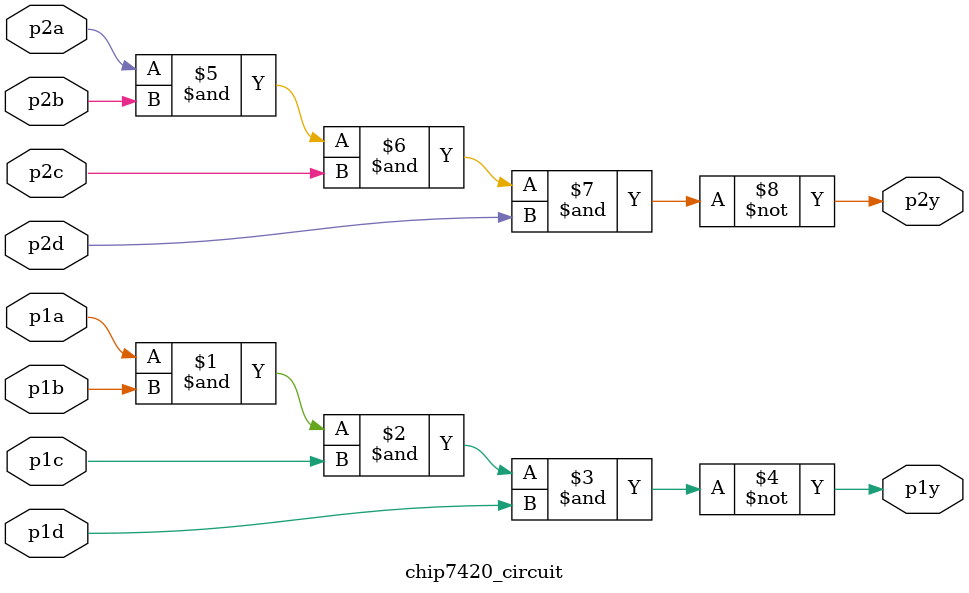
<source format=v>
module chip7420_circuit( 
   input p1a, p1b, p1c, p1d,
   output p1y,
   input p2a, p2b, p2c, p2d,
   output p2y 
);
   assign p1y = ~(p1a&p1b&p1c&p1d);
	assign p2y = ~(p2a&p2b&p2c&p2d);
endmodule 
</source>
